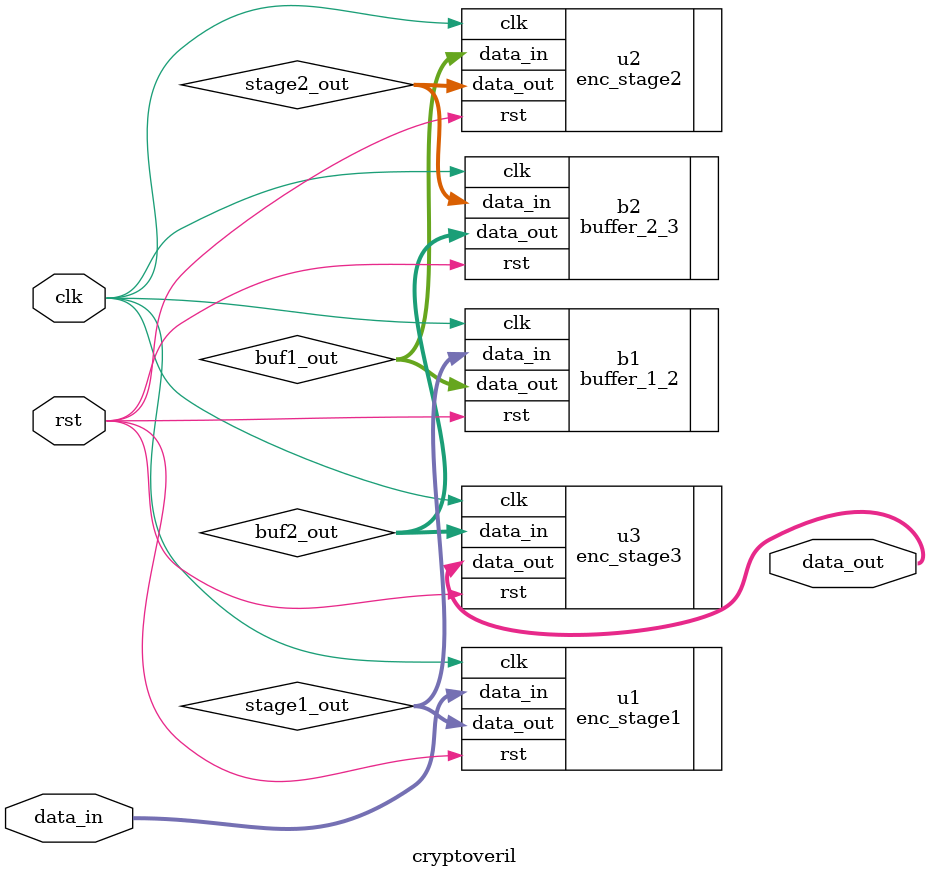
<source format=v>
module cryptoveril (
    input wire clk,
    input wire rst,
    input wire [7:0] data_in,
    output wire [7:0] data_out
);
    wire [7:0] stage1_out, stage2_out, stage3_out;
    wire [7:0] buf1_out, buf2_out;

    enc_stage1 u1 (.clk(clk), .rst(rst), .data_in(data_in), .data_out(stage1_out));
    buffer_1_2 b1 (.clk(clk), .rst(rst), .data_in(stage1_out), .data_out(buf1_out));
    enc_stage2 u2 (.clk(clk), .rst(rst), .data_in(buf1_out), .data_out(stage2_out));
    buffer_2_3 b2 (.clk(clk), .rst(rst), .data_in(stage2_out), .data_out(buf2_out));
    enc_stage3 u3 (.clk(clk), .rst(rst), .data_in(buf2_out), .data_out(data_out));
endmodule

</source>
